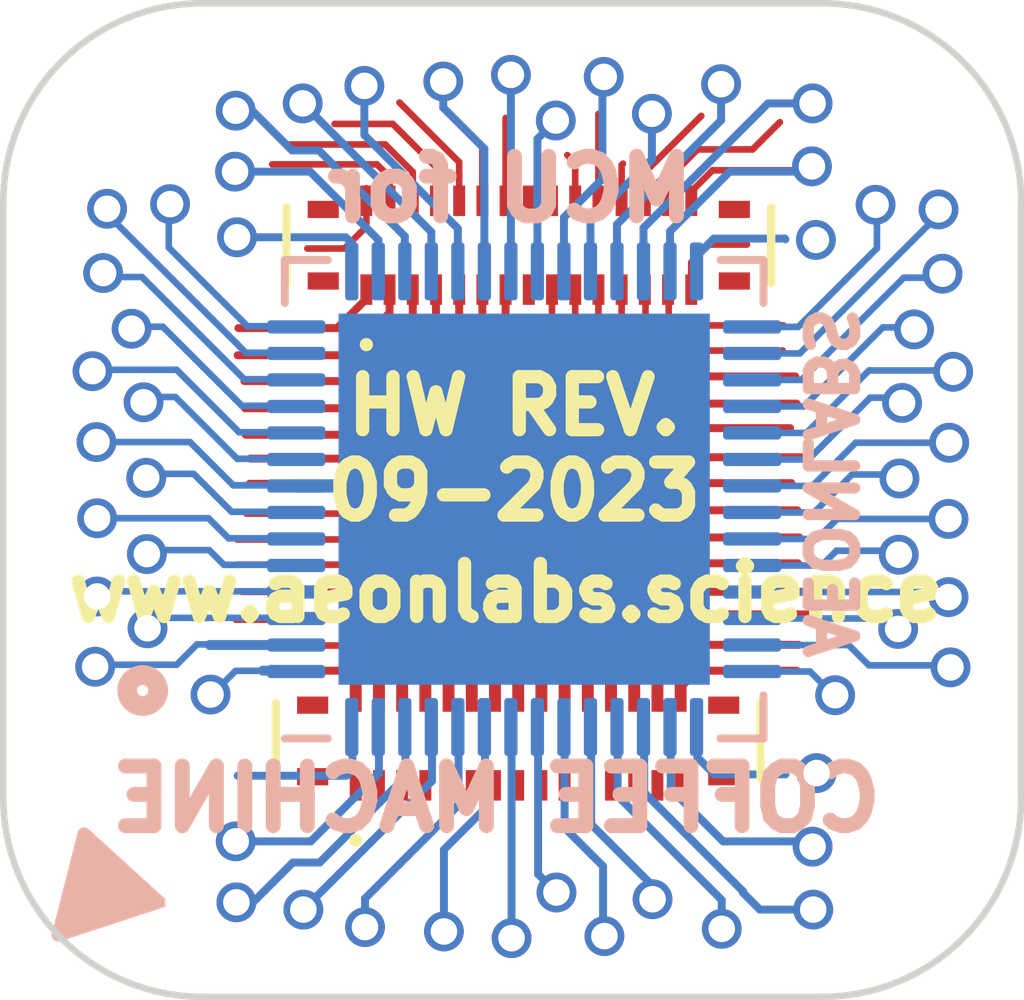
<source format=kicad_pcb>
(kicad_pcb (version 20221018) (generator pcbnew)
  (layers (0 "F.Cu" signal) (31 "B.Cu" signal) (34 "B.Paste" user) (35 "F.Paste" user) (36 "B.SilkS" user "B.Silkscreen") (37 "F.SilkS" user "F.Silkscreen") (38 "B.Mask" user) (39 "F.Mask" user) (44 "Edge.Cuts" user))
  (net 0 "")
  (net 1 "PIN1")
  (net 2 "PIN2")
  (net 3 "PIN3")
  (net 4 "PIN4")
  (net 5 "PIN5")
  (net 6 "PIN6")
  (net 7 "PIN7")
  (net 8 "PIN8")
  (net 9 "PIN9")
  (net 10 "PIN10")
  (net 11 "PIN11")
  (net 12 "PIN12")
  (net 13 "PIN13")
  (net 14 "PIN14")
  (net 15 "unconnected-(ESP32S1-GPIO10{slash}ADC1_CH9-Pad15)")
  (net 16 "unconnected-(ESP32S1-GPIO11{slash}ADC2_CH0-Pad16)")
  (net 17 "unconnected-(ESP32S1-GPIO12{slash}ADC2_CH1-Pad17)")
  (net 18 "unconnected-(ESP32S1-GPIO13{slash}ADC2_CH2-Pad18)")
  (net 19 "unconnected-(ESP32S1-GPIO14{slash}ADC2_CH3-Pad19)")
  (net 20 "unconnected-(ESP32S1-VDD3P3_RTC-Pad20)")
  (net 21 "unconnected-(ESP32S1-GPIO15{slash}ADC2_CH4{slash}XTAL_32K_P-Pad21)")
  (net 22 "unconnected-(ESP32S1-GPIO16{slash}ADC2_CH5{slash}XTAL_32K_N-Pad22)")
  (net 23 "unconnected-(ESP32S1-GPIO17{slash}ADC2_CH6{slash}DAC_2-Pad23)")
  (net 24 "unconnected-(ESP32S1-GPIO18{slash}ADC2_CH7{slash}DAC_1-Pad24)")
  (net 25 "unconnected-(ESP32S1-GPIO19{slash}USB_D-{slash}ADC2_CH8-Pad25)")
  (net 26 "unconnected-(ESP32S1-GPIO20{slash}USB_D+{slash}ADC2_CH9-Pad26)")
  (net 27 "unconnected-(ESP32S1-GPIO21-Pad27)")
  (net 28 "unconnected-(ESP32S1-SPI_CS1{slash}GPIO26-Pad28)")
  (net 29 "unconnected-(ESP32S1-VDD_SPI-Pad29)")
  (net 30 "unconnected-(ESP32S1-SPIHD{slash}GPIO27-Pad30)")
  (net 31 "unconnected-(ESP32S1-SPIWP{slash}GPIO28-Pad31)")
  (net 32 "unconnected-(ESP32S1-SPICS0{slash}GPIO29-Pad32)")
  (net 33 "unconnected-(ESP32S1-SPICLK{slash}GPIO30-Pad33)")
  (net 34 "unconnected-(ESP32S1-SPIQ{slash}GPIO31-Pad34)")
  (net 35 "unconnected-(ESP32S1-SPID{slash}GPIO32-Pad35)")
  (net 36 "unconnected-(ESP32S1-SPICLK_N{slash}GPIO48-Pad36)")
  (net 37 "unconnected-(ESP32S1-SPICLK_P{slash}GPIO47-Pad37)")
  (net 38 "unconnected-(ESP32S1-GPIO33-Pad38)")
  (net 39 "unconnected-(ESP32S1-GPIO34-Pad39)")
  (net 40 "unconnected-(ESP32S1-GPIO35-Pad40)")
  (net 41 "unconnected-(ESP32S1-GPIO36-Pad41)")
  (net 42 "unconnected-(ESP32S1-GPIO37-Pad42)")
  (net 43 "unconnected-(ESP32S1-GPIO38-Pad43)")
  (net 44 "unconnected-(ESP32S1-MTCK{slash}JTAG{slash}GPIO39-Pad44)")
  (net 45 "unconnected-(ESP32S1-MTDO{slash}JTAG{slash}GPIO40-Pad45)")
  (net 46 "unconnected-(ESP32S1-VDD3P3_CPU-Pad46)")
  (net 47 "unconnected-(ESP32S1-MTDI{slash}JTAG{slash}GPIO41-Pad47)")
  (net 48 "unconnected-(ESP32S1-MTMS{slash}JTAG{slash}GPIO42-Pad48)")
  (net 49 "unconnected-(ESP32S1-U0TXD{slash}PROG{slash}GPIO43-Pad49)")
  (net 50 "unconnected-(ESP32S1-U0RXD{slash}PROG{slash}GPIO44-Pad50)")
  (net 51 "unconnected-(ESP32S1-GPIO45-Pad51)")
  (net 52 "unconnected-(ESP32S1-GPIO46-Pad52)")
  (net 53 "unconnected-(ESP32S1-XTAL_N-Pad53)")
  (net 54 "unconnected-(ESP32S1-XTAL_P-Pad54)")
  (net 55 "unconnected-(ESP32S1-VDDA-Pad55)")
  (net 56 "unconnected-(ESP32S1-VDDA-Pad56)")
  (net 57 "GND")
  (net 58 "unconnected-(J1-Pad1)")
  (net 59 "unconnected-(J1-Pad2)")
  (net 60 "unconnected-(J1-Pad3)")
  (net 61 "unconnected-(J1-Pad4)")
  (net 62 "unconnected-(J1-Pad5)")
  (net 63 "unconnected-(J1-Pad6)")
  (net 64 "unconnected-(J1-Pad7)")
  (net 65 "unconnected-(J1-Pad8)")
  (net 66 "unconnected-(J1-Pad9)")
  (net 67 "unconnected-(J1-Pad10)")
  (net 68 "unconnected-(J1-Pad11)")
  (net 69 "unconnected-(J1-Pad12)")
  (net 70 "unconnected-(J1-Pad13)")
  (net 71 "unconnected-(J1-Pad14)")
  (net 74 "unconnected-(J1-Pad17)")
  (net 76 "unconnected-(J1-Pad19)")
  (net 77 "unconnected-(J1-Pad20)")
  (net 78 "unconnected-(J1-Pad21)")
  (net 79 "unconnected-(J1-Pad22)")
  (net 80 "unconnected-(J1-Pad23)")
  (net 81 "unconnected-(J1-Pad24)")
  (net 82 "unconnected-(J1-Pad25)")
  (net 83 "unconnected-(J1-Pad26)")
  (net 84 "unconnected-(J1-Pad27)")
  (net 85 "unconnected-(J1-Pad28)")
  (net 86 "unconnected-(J1-Pad29)")
  (net 87 "unconnected-(J1-Pad30)")
  (net 88 "Net-(J1-P1-PadP1_1)")
  (net 89 "Net-(J1-P2-PadP2_1)")
  (net 91 "unconnected-(J3-Pad16)")
  (net 93 "unconnected-(J3-Pad18)")
  (net 95 "unconnected-(J3-Pad20)")
  (net 97 "unconnected-(J3-Pad22)")
  (net 99 "unconnected-(J3-Pad24)")
  (net 101 "unconnected-(J3-Pad26)")
  (net 103 "unconnected-(J3-Pad28)")
  (net 105 "unconnected-(J3-Pad30)")
  (net 106 "Net-(J3-P1-PadP1_1)")
  (net 107 "Net-(J3-P2-PadP2_1)")
  (footprint "Connectors:HRS_BM23PF0.8-30DP-0.35V(51)" (layer "F.Cu") (at 103.59 100.3)
    (fp_text reference "J3" hide)
    (fp_text value "BM23PF0.8-30DS-0.35V(51)" hide)
  )
  (footprint "Connectors:HRS_BM23PF0.8-30DP-0.35V(51)" (layer "F.Cu") (at 103.75 92.82)
    (fp_text reference "J1" hide)
    (fp_text value "BM23PF0.8-30DS-0.35V(51)" hide)
  )
  (footprint "Package_DFN_QFN:QFN-56-1EP_7x7mm_P0.4mm_EP5.6x5.6mm" (layer "B.Cu") (at 103.68 96.6525)
    (fp_text reference "ESP32S1" hide)
    (fp_text value "ESP32-S3" hide)
  )
  (gr_circle (center 97.926762 99.54) (end 98.16 99.54) (stroke (width 0.3)) (fill none) (layer "B.SilkS"))
  (gr_poly (pts (xy 97.04334 101.70321) (xy 96.655373 103.227075) (xy 98.17 102.73)) (stroke (width 0.2)) (fill solid) (layer "B.SilkS"))
  (gr_line (start 111.175 92.17) (end 111.175 101.16) (stroke (width 0.1)) (layer "Edge.Cuts"))
  (gr_line (start 98.825 89.17) (end 108.175 89.17) (stroke (width 0.1)) (layer "Edge.Cuts"))
  (gr_arc (start 98.825 104.16) (mid 96.70368 103.28132) (end 95.825 101.16) (stroke (width 0.1)) (layer "Edge.Cuts"))
  (gr_arc (start 95.825 92.17) (mid 96.70368 90.04868) (end 98.825 89.17) (stroke (width 0.1)) (layer "Edge.Cuts"))
  (gr_line (start 95.825 101.16) (end 95.825 92.17) (stroke (width 0.1)) (layer "Edge.Cuts"))
  (gr_arc (start 108.175 89.17) (mid 110.29632 90.04868) (end 111.175 92.17) (stroke (width 0.1)) (layer "Edge.Cuts"))
  (gr_line (start 108.175 104.16) (end 98.825 104.16) (stroke (width 0.1)) (layer "Edge.Cuts"))
  (gr_arc (start 111.175 101.16) (mid 110.29632 103.28132) (end 108.175 104.16) (stroke (width 0.1)) (layer "Edge.Cuts"))
  (gr_text "COFFEE MACHINE" (at 103.26 101.7) (layer "B.SilkS") (effects (font (size 0.9 0.9) (thickness 0.225) bold) (justify bottom mirror)))
  (gr_text "MCU for" (at 103.47 92.5) (layer "B.SilkS") (effects (font (size 0.9 0.9) (thickness 0.225) bold) (justify bottom mirror)))
  (gr_text "AEONLABS" (at 107.87 96.4 270) (layer "B.SilkS") (effects (font (size 0.7 0.7) (thickness 0.17) bold) (justify bottom mirror)))
  (gr_text "HW REV.\n09-2023" (at 103.53 97) (layer "F.SilkS") (effects (font (size 0.8 0.8) (thickness 0.2) bold) (justify bottom)))
  (gr_text "www.aeonlabs.science" (at 103.41 98.53) (layer "F.SilkS") (effects (font (size 0.8 0.8) (thickness 0.2) bold) (justify bottom)))
  (via (at 98.95 99.6) (size 0.6) (drill 0.4) (layers "F.Cu" "B.Cu") (net 1))
  (segment (start 100.23 99.24) (end 99.74 99.24) (width 0.15) (layer "B.Cu") (net 1))
  (segment (start 100.2425 99.2525) (end 100.23 99.24) (width 0.15) (layer "B.Cu") (net 1))
  (segment (start 99.3275 99.2425) (end 99.08 99.49) (width 0.1) (layer "B.Cu") (net 1))
  (segment (start 100.2025 99.2425) (end 99.3275 99.2425) (width 0.1) (layer "B.Cu") (net 1))
  (segment (start 101.14 99.6) (end 101.14 99.44) (width 0.12) (layer "F.Cu") (net 2))
  (segment (start 101.14 99.44) (end 100.94 99.24) (width 0.12) (layer "F.Cu") (net 2))
  (segment (start 100.94 99.24) (end 99.97 99.24) (width 0.12) (layer "F.Cu") (net 2))
  (via (at 97.21 99.18) (size 0.6) (drill 0.4) (layers "F.Cu" "B.Cu") (net 2))
  (segment (start 100.2025 98.8425) (end 98.7475 98.8425) (width 0.1) (layer "B.Cu") (net 2))
  (segment (start 100.2425 98.8525) (end 98.9375 98.8525) (width 0.15) (layer "B.Cu") (net 2))
  (segment (start 98.7475 98.8425) (end 98.44 99.15) (width 0.1) (layer "B.Cu") (net 2))
  (segment (start 98.44 99.15) (end 97.33 99.15) (width 0.1) (layer "B.Cu") (net 2))
  (via (at 98 98.6) (size 0.6) (drill 0.4) (layers "F.Cu" "B.Cu") (net 3))
  (segment (start 100.2025 98.4425) (end 98.1475 98.4425) (width 0.1) (layer "B.Cu") (net 3))
  (segment (start 99.24 98.86) (end 99.23 98.87) (width 0.1) (layer "F.Cu") (net 4))
  (segment (start 101.085736 98.86) (end 99.24 98.86) (width 0.1) (layer "F.Cu") (net 4))
  (segment (start 101.49 99.264264) (end 101.085736 98.86) (width 0.1) (layer "F.Cu") (net 4))
  (segment (start 101.49 99.63) (end 101.49 99.264264) (width 0.1) (layer "F.Cu") (net 4))
  (via (at 97.24 98.12) (size 0.6) (drill 0.4) (layers "F.Cu" "B.Cu") (net 4))
  (segment (start 100.2025 98.0425) (end 97.2325 98.0425) (width 0.1) (layer "B.Cu") (net 4))
  (via (at 97.99 97.48) (size 0.6) (drill 0.4) (layers "F.Cu" "B.Cu") (net 5))
  (segment (start 100.2025 97.6425) (end 99.1525 97.6425) (width 0.1) (layer "B.Cu") (net 5))
  (segment (start 98.93 97.42) (end 98.01 97.42) (width 0.1) (layer "B.Cu") (net 5))
  (segment (start 99.1525 97.6425) (end 98.93 97.42) (width 0.1) (layer "B.Cu") (net 5))
  (segment (start 101.84 99.19) (end 101.12 98.47) (width 0.1) (layer "F.Cu") (net 6))
  (segment (start 101.84 99.63) (end 101.84 99.19) (width 0.1) (layer "F.Cu") (net 6))
  (segment (start 101.12 98.47) (end 99.33 98.47) (width 0.1) (layer "F.Cu") (net 6))
  (via (at 97.24 96.94) (size 0.6) (drill 0.4) (layers "F.Cu" "B.Cu") (net 6))
  (segment (start 99.2225 97.2425) (end 98.92 96.94) (width 0.1) (layer "B.Cu") (net 6))
  (segment (start 98.92 96.94) (end 97.42 96.94) (width 0.1) (layer "B.Cu") (net 6))
  (segment (start 100.2025 97.2425) (end 99.2225 97.2425) (width 0.1) (layer "B.Cu") (net 6))
  (via (at 97.98 96.33) (size 0.6) (drill 0.4) (layers "F.Cu" "B.Cu") (net 7))
  (segment (start 99.268236 96.8425) (end 98.695736 96.27) (width 0.1) (layer "B.Cu") (net 7))
  (segment (start 98.695736 96.27) (end 98.04 96.27) (width 0.1) (layer "B.Cu") (net 7))
  (segment (start 100.2025 96.8425) (end 99.268236 96.8425) (width 0.1) (layer "B.Cu") (net 7))
  (segment (start 102.19 98.20452) (end 105.59452 94.8) (width 0.12) (layer "F.Cu") (net 8))
  (segment (start 105.59452 94.8) (end 107.77 94.8) (width 0.12) (layer "F.Cu") (net 8))
  (segment (start 102.19 99.63) (end 102.19 98.20452) (width 0.12) (layer "F.Cu") (net 8))
  (via (at 97.94 95.19) (size 0.6) (drill 0.4) (layers "F.Cu" "B.Cu") (net 9))
  (segment (start 99.3525 96.0425) (end 98.42 95.11) (width 0.1) (layer "B.Cu") (net 9))
  (segment (start 98.42 95.11) (end 98.01 95.11) (width 0.1) (layer "B.Cu") (net 9))
  (segment (start 100.2025 96.0425) (end 99.3525 96.0425) (width 0.1) (layer "B.Cu") (net 9))
  (segment (start 102.54 98.307068) (end 105.637068 95.21) (width 0.12) (layer "F.Cu") (net 10))
  (segment (start 102.54 99.63) (end 102.54 98.307068) (width 0.12) (layer "F.Cu") (net 10))
  (segment (start 105.637068 95.21) (end 107.79 95.21) (width 0.12) (layer "F.Cu") (net 10))
  (via (at 97.17 94.72) (size 0.6) (drill 0.4) (layers "F.Cu" "B.Cu") (net 10))
  (segment (start 99.3825 95.6425) (end 98.44 94.7) (width 0.1) (layer "B.Cu") (net 10))
  (segment (start 100.2025 95.6425) (end 99.3825 95.6425) (width 0.1) (layer "B.Cu") (net 10))
  (segment (start 98.44 94.7) (end 97.3 94.7) (width 0.1) (layer "B.Cu") (net 10))
  (via (at 97.76 94.08) (size 0.6) (drill 0.4) (layers "F.Cu" "B.Cu") (net 11))
  (segment (start 98.23 94.05) (end 97.94 94.05) (width 0.1) (layer "B.Cu") (net 11))
  (segment (start 99.4225 95.2425) (end 98.23 94.05) (width 0.1) (layer "B.Cu") (net 11))
  (segment (start 100.2025 95.2425) (end 99.4225 95.2425) (width 0.1) (layer "B.Cu") (net 11))
  (segment (start 102.89 99.63) (end 102.89 98.409616) (width 0.12) (layer "F.Cu") (net 12))
  (segment (start 102.89 98.409616) (end 105.719616 95.58) (width 0.12) (layer "F.Cu") (net 12))
  (segment (start 105.719616 95.58) (end 107.69 95.58) (width 0.12) (layer "F.Cu") (net 12))
  (via (at 97.33 93.24) (size 0.6) (drill 0.4) (layers "F.Cu" "B.Cu") (net 12))
  (segment (start 97.915736 93.3) (end 97.48 93.3) (width 0.1) (layer "B.Cu") (net 12))
  (segment (start 100.2025 94.8425) (end 99.458236 94.8425) (width 0.1) (layer "B.Cu") (net 12))
  (segment (start 99.458236 94.8425) (end 97.915736 93.3) (width 0.1) (layer "B.Cu") (net 12))
  (via (at 97.39 92.27) (size 0.6) (drill 0.4) (layers "F.Cu" "B.Cu") (net 13))
  (segment (start 99.4825 94.4425) (end 97.39 92.35) (width 0.1) (layer "B.Cu") (net 13))
  (segment (start 100.2025 94.4425) (end 99.4825 94.4425) (width 0.1) (layer "B.Cu") (net 13))
  (segment (start 103.24 99.63) (end 103.24 98.512164) (width 0.12) (layer "F.Cu") (net 14))
  (segment (start 103.24 98.512164) (end 105.732164 96.02) (width 0.12) (layer "F.Cu") (net 14))
  (segment (start 105.732164 96.02) (end 107.87 96.02) (width 0.12) (layer "F.Cu") (net 14))
  (via (at 98.34 92.2) (size 0.6) (drill 0.4) (layers "F.Cu" "B.Cu") (net 14))
  (segment (start 99.506764 94.0425) (end 98.32 92.855736) (width 0.1) (layer "B.Cu") (net 14))
  (segment (start 98.32 92.855736) (end 98.32 92.16) (width 0.1) (layer "B.Cu") (net 14))
  (segment (start 100.2025 94.0425) (end 99.506764 94.0425) (width 0.1) (layer "B.Cu") (net 14))
  (via (at 99.35 92.7) (size 0.6) (drill 0.4) (layers "F.Cu" "B.Cu") (net 15))
  (segment (start 99.35 92.7) (end 100.99 92.7) (width 0.12) (layer "B.Cu") (net 15))
  (segment (start 101.08 92.79) (end 101.08 93.215) (width 0.12) (layer "B.Cu") (net 15))
  (segment (start 100.99 92.7) (end 101.08 92.79) (width 0.12) (layer "B.Cu") (net 15))
  (via (at 99.32 91.71) (size 0.6) (drill 0.4) (layers "F.Cu" "B.Cu") (net 16))
  (segment (start 100.452548 91.71) (end 101.48 92.737452) (width 0.12) (layer "B.Cu") (net 16))
  (segment (start 101.48 92.737452) (end 101.48 93.215) (width 0.12) (layer "B.Cu") (net 16))
  (segment (start 99.32 91.71) (end 100.452548 91.71) (width 0.12) (layer "B.Cu") (net 16))
  (via (at 99.33 90.79) (size 0.6) (drill 0.4) (layers "F.Cu" "B.Cu") (net 17))
  (segment (start 100.585096 91.39) (end 101.88 92.684904) (width 0.12) (layer "B.Cu") (net 17))
  (segment (start 99.33 90.79) (end 99.58 90.79) (width 0.12) (layer "B.Cu") (net 17))
  (segment (start 101.88 92.684904) (end 101.88 93.215) (width 0.12) (layer "B.Cu") (net 17))
  (segment (start 100.18 91.39) (end 100.585096 91.39) (width 0.12) (layer "B.Cu") (net 17))
  (segment (start 99.58 90.79) (end 100.18 91.39) (width 0.12) (layer "B.Cu") (net 17))
  (via (at 100.34 90.68) (size 0.6) (drill 0.4) (layers "F.Cu" "B.Cu") (net 18))
  (segment (start 102.28 92.62) (end 102.28 93.215) (width 0.12) (layer "B.Cu") (net 18))
  (segment (start 100.34 90.68) (end 102.28 92.62) (width 0.12) (layer "B.Cu") (net 18))
  (via (at 101.269709 90.415978) (size 0.6) (drill 0.4) (layers "F.Cu" "B.Cu") (net 19))
  (segment (start 102.68 92.567452) (end 102.68 93.215) (width 0.12) (layer "B.Cu") (net 19))
  (segment (start 101.269709 91.157161) (end 102.68 92.567452) (width 0.12) (layer "B.Cu") (net 19))
  (segment (start 101.269709 90.415978) (end 101.269709 91.157161) (width 0.12) (layer "B.Cu") (net 19))
  (via (at 102.46 90.35) (size 0.6) (drill 0.4) (layers "F.Cu" "B.Cu") (net 20))
  (segment (start 102.46 90.35) (end 102.46 90.744904) (width 0.12) (layer "B.Cu") (net 20))
  (segment (start 102.46 90.744904) (end 103.08 91.364904) (width 0.12) (layer "B.Cu") (net 20))
  (segment (start 103.08 91.364904) (end 103.08 93.215) (width 0.12) (layer "B.Cu") (net 20))
  (via (at 103.48 90.249068) (size 0.6) (drill 0.4) (layers "F.Cu" "B.Cu") (net 21))
  (segment (start 103.48 90.249068) (end 103.48 93.215) (width 0.12) (layer "B.Cu") (net 21))
  (via (at 104.157154 90.9384) (size 0.6) (drill 0.4) (layers "F.Cu" "B.Cu") (net 22))
  (segment (start 103.88 91.215554) (end 103.88 93.215) (width 0.12) (layer "B.Cu") (net 22))
  (segment (start 104.157154 90.9384) (end 103.88 91.215554) (width 0.12) (layer "B.Cu") (net 22))
  (via (at 104.88 90.28) (size 0.6) (drill 0.4) (layers "F.Cu" "B.Cu") (net 23))
  (segment (start 104.28 92.399808) (end 104.28 93.215) (width 0.12) (layer "B.Cu") (net 23))
  (segment (start 104.88 90.28) (end 104.86 90.3) (width 0.12) (layer "B.Cu") (net 23))
  (segment (start 104.86 90.3) (end 104.86 91.819808) (width 0.12) (layer "B.Cu") (net 23))
  (segment (start 104.86 91.819808) (end 104.28 92.399808) (width 0.12) (layer "B.Cu") (net 23))
  (via (at 105.606444 90.836444) (size 0.6) (drill 0.4) (layers "F.Cu" "B.Cu") (net 24))
  (segment (start 105.606444 91.525912) (end 104.68 92.452356) (width 0.12) (layer "B.Cu") (net 24))
  (segment (start 104.68 92.452356) (end 104.68 93.215) (width 0.12) (layer "B.Cu") (net 24))
  (segment (start 105.606444 90.836444) (end 105.606444 91.525912) (width 0.12) (layer "B.Cu") (net 24))
  (via (at 106.65 90.39) (size 0.6) (drill 0.4) (layers "F.Cu" "B.Cu") (net 25))
  (segment (start 106.65 90.934904) (end 105.08 92.504904) (width 0.12) (layer "B.Cu") (net 25))
  (segment (start 106.65 90.39) (end 106.65 90.934904) (width 0.12) (layer "B.Cu") (net 25))
  (segment (start 105.08 92.504904) (end 105.08 93.215) (width 0.12) (layer "B.Cu") (net 25))
  (via (at 108.03 90.68) (size 0.6) (drill 0.4) (layers "F.Cu" "B.Cu") (net 26))
  (segment (start 108.03 90.68) (end 107.357452 90.68) (width 0.12) (layer "B.Cu") (net 26))
  (segment (start 107.357452 90.68) (end 105.48 92.557452) (width 0.12) (layer "B.Cu") (net 26))
  (segment (start 105.48 92.557452) (end 105.48 93.215) (width 0.12) (layer "B.Cu") (net 26))
  (segment (start 106.78 91.71) (end 105.88 92.61) (width 0.12) (layer "B.Cu") (net 27))
  (segment (start 105.88 92.61) (end 105.88 93.215) (width 0.12) (layer "B.Cu") (net 27))
  (segment (start 107.84 91.71) (end 106.78 91.71) (width 0.12) (layer "B.Cu") (net 27))
  (segment (start 108.08 92.74) (end 107.83 92.74) (width 0.1) (layer "F.Cu") (net 28))
  (via (at 108.08 92.74) (size 0.6) (drill 0.4) (layers "F.Cu" "B.Cu") (net 28))
  (via (at 108.09 100.785) (size 0.6) (drill 0.4) (layers "F.Cu" "B.Cu") (net 28))
  (segment (start 106.28 92.98) (end 106.28 93.215) (width 0.12) (layer "B.Cu") (net 28))
  (segment (start 107.61 92.72) (end 106.54 92.72) (width 0.12) (layer "B.Cu") (net 28))
  (segment (start 107.62 92.73) (end 107.61 92.72) (width 0.12) (layer "B.Cu") (net 28))
  (segment (start 106.54 92.72) (end 106.28 92.98) (width 0.12) (layer "B.Cu") (net 28))
  (via (at 108.98 92.21) (size 0.6) (drill 0.4) (layers "F.Cu" "B.Cu") (net 29))
  (segment (start 109 92.865736) (end 109 92.17) (width 0.1) (layer "B.Cu") (net 29))
  (segment (start 107.1175 94.0525) (end 107.813236 94.0525) (width 0.1) (layer "B.Cu") (net 29))
  (segment (start 107.813236 94.0525) (end 109 92.865736) (width 0.1) (layer "B.Cu") (net 29))
  (via (at 109.93 92.28) (size 0.6) (drill 0.4) (layers "F.Cu" "B.Cu") (net 30))
  (segment (start 107.1175 94.4525) (end 107.8375 94.4525) (width 0.1) (layer "B.Cu") (net 30))
  (segment (start 107.8375 94.4525) (end 109.93 92.36) (width 0.1) (layer "B.Cu") (net 30))
  (via (at 109.99 93.25) (size 0.6) (drill 0.4) (layers "F.Cu" "B.Cu") (net 31))
  (segment (start 107.1175 94.8525) (end 107.861764 94.8525) (width 0.1) (layer "B.Cu") (net 31))
  (segment (start 109.404264 93.31) (end 109.84 93.31) (width 0.1) (layer "B.Cu") (net 31))
  (segment (start 107.861764 94.8525) (end 109.404264 93.31) (width 0.1) (layer "B.Cu") (net 31))
  (via (at 109.56 94.09) (size 0.6) (drill 0.4) (layers "F.Cu" "B.Cu") (net 32))
  (segment (start 107.1175 95.2525) (end 107.8975 95.2525) (width 0.1) (layer "B.Cu") (net 32))
  (segment (start 107.8975 95.2525) (end 109.09 94.06) (width 0.1) (layer "B.Cu") (net 32))
  (segment (start 109.09 94.06) (end 109.38 94.06) (width 0.1) (layer "B.Cu") (net 32))
  (via (at 110.15 94.73) (size 0.6) (drill 0.4) (layers "F.Cu" "B.Cu") (net 33))
  (segment (start 107.9375 95.6525) (end 108.88 94.71) (width 0.1) (layer "B.Cu") (net 33))
  (segment (start 108.88 94.71) (end 110.02 94.71) (width 0.1) (layer "B.Cu") (net 33))
  (segment (start 107.1175 95.6525) (end 107.9375 95.6525) (width 0.1) (layer "B.Cu") (net 33))
  (via (at 109.38 95.2) (size 0.6) (drill 0.4) (layers "F.Cu" "B.Cu") (net 34))
  (segment (start 107.9675 96.0525) (end 108.9 95.12) (width 0.1) (layer "B.Cu") (net 34))
  (segment (start 108.9 95.12) (end 109.31 95.12) (width 0.1) (layer "B.Cu") (net 34))
  (segment (start 107.1175 96.0525) (end 107.9675 96.0525) (width 0.1) (layer "B.Cu") (net 34))
  (via (at 110.09 95.8) (size 0.6) (drill 0.4) (layers "F.Cu" "B.Cu") (net 35))
  (segment (start 108.0275 96.4525) (end 108.68 95.8) (width 0.1) (layer "B.Cu") (net 35))
  (segment (start 107.1175 96.4525) (end 108.0275 96.4525) (width 0.1) (layer "B.Cu") (net 35))
  (segment (start 108.68 95.8) (end 109.82 95.8) (width 0.1) (layer "B.Cu") (net 35))
  (via (at 109.34 96.34) (size 0.6) (drill 0.4) (layers "F.Cu" "B.Cu") (net 36))
  (segment (start 108.051764 96.8525) (end 108.624264 96.28) (width 0.1) (layer "B.Cu") (net 36))
  (segment (start 108.624264 96.28) (end 109.28 96.28) (width 0.1) (layer "B.Cu") (net 36))
  (segment (start 107.1175 96.8525) (end 108.051764 96.8525) (width 0.1) (layer "B.Cu") (net 36))
  (via (at 110.08 96.95) (size 0.6) (drill 0.4) (layers "F.Cu" "B.Cu") (net 37))
  (segment (start 107.1175 97.2525) (end 108.0975 97.2525) (width 0.1) (layer "B.Cu") (net 37))
  (segment (start 108.4 96.95) (end 109.9 96.95) (width 0.1) (layer "B.Cu") (net 37))
  (segment (start 109.9 96.95) (end 109.96 97.01) (width 0.1) (layer "B.Cu") (net 37))
  (segment (start 108.0975 97.2525) (end 108.4 96.95) (width 0.1) (layer "B.Cu") (net 37))
  (via (at 109.33 97.49) (size 0.6) (drill 0.4) (layers "F.Cu" "B.Cu") (net 38))
  (segment (start 109.31 97.43) (end 109.32 97.44) (width 0.1) (layer "B.Cu") (net 38))
  (segment (start 108.1675 97.6525) (end 108.39 97.43) (width 0.1) (layer "B.Cu") (net 38))
  (segment (start 108.39 97.43) (end 109.31 97.43) (width 0.1) (layer "B.Cu") (net 38))
  (segment (start 107.1175 97.6525) (end 108.1675 97.6525) (width 0.1) (layer "B.Cu") (net 38))
  (via (at 110.08 98.13) (size 0.6) (drill 0.4) (layers "F.Cu" "B.Cu") (net 39))
  (segment (start 107.1175 98.0525) (end 110.0875 98.0525) (width 0.1) (layer "B.Cu") (net 39))
  (segment (start 110.0875 98.0525) (end 110.09 98.05) (width 0.1) (layer "B.Cu") (net 39))
  (via (at 109.32 98.61) (size 0.6) (drill 0.4) (layers "F.Cu" "B.Cu") (net 40))
  (segment (start 109.1725 98.4525) (end 109.18 98.46) (width 0.1) (layer "B.Cu") (net 40))
  (segment (start 107.1175 98.4525) (end 109.1725 98.4525) (width 0.1) (layer "B.Cu") (net 40))
  (via (at 110.11 99.19) (size 0.6) (drill 0.4) (layers "F.Cu" "B.Cu") (net 41))
  (segment (start 107.1175 98.8525) (end 108.5725 98.8525) (width 0.1) (layer "B.Cu") (net 41))
  (segment (start 108.5725 98.8525) (end 108.88 99.16) (width 0.1) (layer "B.Cu") (net 41))
  (segment (start 108.88 99.16) (end 109.99 99.16) (width 0.1) (layer "B.Cu") (net 41))
  (segment (start 109.99 99.16) (end 110.01 99.18) (width 0.1) (layer "B.Cu") (net 41))
  (via (at 108.37 99.61) (size 0.6) (drill 0.4) (layers "F.Cu" "B.Cu") (net 42))
  (segment (start 107.1175 99.2525) (end 107.9925 99.2525) (width 0.1) (layer "B.Cu") (net 42))
  (segment (start 107.9925 99.2525) (end 108.24 99.5) (width 0.1) (layer "B.Cu") (net 42))
  (segment (start 107.62 100.805) (end 106.55 100.805) (width 0.12) (layer "B.Cu") (net 43))
  (segment (start 106.55 100.805) (end 106.29 100.545) (width 0.12) (layer "B.Cu") (net 43))
  (via (at 108.03 101.895) (size 0.6) (drill 0.4) (layers "F.Cu" "B.Cu") (net 44))
  (segment (start 107.85 101.815) (end 106.680096 101.815) (width 0.12) (layer "B.Cu") (net 44))
  (segment (start 105.89 101.024904) (end 105.89 100.31) (width 0.12) (layer "B.Cu") (net 44))
  (segment (start 106.680096 101.815) (end 105.89 101.024904) (width 0.12) (layer "B.Cu") (net 44))
  (via (at 108.04 102.845) (size 0.6) (drill 0.4) (layers "F.Cu" "B.Cu") (net 45))
  (segment (start 106.98 102.59) (end 106.98 102.567452) (width 0.12) (layer "B.Cu") (net 45))
  (segment (start 105.49 101.077452) (end 105.49 100.31) (width 0.12) (layer "B.Cu") (net 45))
  (segment (start 108.04 102.845) (end 107.235 102.845) (width 0.12) (layer "B.Cu") (net 45))
  (segment (start 107.235 102.845) (end 106.98 102.59) (width 0.12) (layer "B.Cu") (net 45))
  (segment (start 106.98 102.567452) (end 105.49 101.077452) (width 0.12) (layer "B.Cu") (net 45))
  (via (at 106.66 103.135) (size 0.6) (drill 0.4) (layers "F.Cu" "B.Cu") (net 46))
  (segment (start 106.66 102.7) (end 105.09 101.13) (width 0.12) (layer "B.Cu") (net 46))
  (segment (start 105.09 101.13) (end 105.09 100.31) (width 0.12) (layer "B.Cu") (net 46))
  (segment (start 106.66 103.135) (end 106.66 102.7) (width 0.12) (layer "B.Cu") (net 46))
  (via (at 105.616444 102.688556) (size 0.6) (drill 0.4) (layers "F.Cu" "B.Cu") (net 47))
  (segment (start 105.616444 102.688556) (end 105.616444 102.483896) (width 0.12) (layer "B.Cu") (net 47))
  (segment (start 105.616444 102.483896) (end 104.69 101.557452) (width 0.12) (layer "B.Cu") (net 47))
  (segment (start 104.69 101.557452) (end 104.69 100.31) (width 0.12) (layer "B.Cu") (net 47))
  (via (at 104.89 103.245) (size 0.6) (drill 0.4) (layers "F.Cu" "B.Cu") (net 48))
  (segment (start 104.87 103.225) (end 104.87 102.19) (width 0.12) (layer "B.Cu") (net 48))
  (segment (start 104.29 101.61) (end 104.29 100.31) (width 0.12) (layer "B.Cu") (net 48))
  (segment (start 104.87 102.19) (end 104.29 101.61) (width 0.12) (layer "B.Cu") (net 48))
  (via (at 104.167154 102.5866) (size 0.6) (drill 0.4) (layers "F.Cu" "B.Cu") (net 49))
  (segment (start 103.89 102.309446) (end 103.89 100.31) (width 0.12) (layer "B.Cu") (net 49))
  (segment (start 104.167154 102.5866) (end 103.89 102.309446) (width 0.12) (layer "B.Cu") (net 49))
  (via (at 103.49 103.275932) (size 0.6) (drill 0.4) (layers "F.Cu" "B.Cu") (net 50))
  (segment (start 103.49 103.275932) (end 103.49 100.31) (width 0.12) (layer "B.Cu") (net 50))
  (via (at 102.47 103.175) (size 0.6) (drill 0.4) (layers "F.Cu" "B.Cu") (net 51))
  (segment (start 102.47 103.175) (end 102.47 101.94) (width 0.12) (layer "B.Cu") (net 51))
  (segment (start 103.09 101.32) (end 103.09 100.31) (width 0.12) (layer "B.Cu") (net 51))
  (segment (start 102.47 101.94) (end 103.09 101.32) (width 0.12) (layer "B.Cu") (net 51))
  (via (at 101.279709 103.109022) (size 0.6) (drill 0.4) (layers "F.Cu" "B.Cu") (net 52))
  (segment (start 102.69 101.267452) (end 102.69 100.31) (width 0.12) (layer "B.Cu") (net 52))
  (segment (start 101.279709 102.677743) (end 102.69 101.267452) (width 0.12) (layer "B.Cu") (net 52))
  (segment (start 101.279709 103.109022) (end 101.279709 102.677743) (width 0.12) (layer "B.Cu") (net 52))
  (via (at 100.35 102.845) (size 0.6) (drill 0.4) (layers "F.Cu" "B.Cu") (net 53))
  (segment (start 100.35 102.845) (end 102.29 100.905) (width 0.12) (layer "B.Cu") (net 53))
  (segment (start 102.29 100.905) (end 102.29 100.31) (width 0.12) (layer "B.Cu") (net 53))
  (via (at 99.34 102.735) (size 0.6) (drill 0.4) (layers "F.Cu" "B.Cu") (net 54))
  (segment (start 100.595096 102.135) (end 101.89 100.840096) (width 0.12) (layer "B.Cu") (net 54))
  (segment (start 101.89 100.840096) (end 101.89 100.31) (width 0.12) (layer "B.Cu") (net 54))
  (segment (start 100.19 102.135) (end 100.595096 102.135) (width 0.12) (layer "B.Cu") (net 54))
  (segment (start 99.59 102.735) (end 100.19 102.135) (width 0.12) (layer "B.Cu") (net 54))
  (via (at 99.33 101.815) (size 0.6) (drill 0.4) (layers "F.Cu" "B.Cu") (net 55))
  (segment (start 100.462548 101.815) (end 101.49 100.787548) (width 0.12) (layer "B.Cu") (net 55))
  (segment (start 99.33 101.815) (end 100.462548 101.815) (width 0.12) (layer "B.Cu") (net 55))
  (segment (start 101.49 100.787548) (end 101.49 100.31) (width 0.12) (layer "B.Cu") (net 55))
  (segment (start 101.09 100.735) (end 101.09 100.31) (width 0.12) (layer "B.Cu") (net 56))
  (segment (start 99.36 100.825) (end 101 100.825) (width 0.12) (layer "B.Cu") (net 56))
  (segment (start 101 100.825) (end 101.09 100.735) (width 0.12) (layer "B.Cu") (net 56))
  (via (at 97.23 95.79) (size 0.6) (drill 0.4) (layers "F.Cu" "B.Cu") (net 57))
  (segment (start 103.48 96.4525) (end 103.68 96.6525) (width 0.2) (layer "B.Cu") (net 57))
  (segment (start 98.64 95.79) (end 97.5 95.79) (width 0.1) (layer "B.Cu") (net 57))
  (segment (start 99.2925 96.4425) (end 98.64 95.79) (width 0.1) (layer "B.Cu") (net 57))
  (segment (start 100.2425 96.4525) (end 103.48 96.4525) (width 0.2) (layer "B.Cu") (net 57))
  (segment (start 100.2025 96.4425) (end 99.2925 96.4425) (width 0.1) (layer "B.Cu") (net 57))
  (segment (start 101.3 93.63) (end 100.86 94.07) (width 0.12) (layer "F.Cu") (net 58))
  (segment (start 101.3 93.49) (end 101.3 93.63) (width 0.12) (layer "F.Cu") (net 58))
  (segment (start 100.86 94.07) (end 99.37 94.07) (width 0.12) (layer "F.Cu") (net 58))
  (segment (start 101.3 92.54) (end 100.97 92.87) (width 0.1) (layer "F.Cu") (net 59))
  (segment (start 100.97 92.87) (end 100.41 92.87) (width 0.1) (layer "F.Cu") (net 59))
  (segment (start 101.3 92.15) (end 101.3 91.96) (width 0.1) (layer "F.Cu") (net 59))
  (segment (start 101.3 92.15) (end 101.3 92.54) (width 0.1) (layer "F.Cu") (net 59))
  (segment (start 101.65 93.84) (end 101.01 94.48) (width 0.12) (layer "F.Cu") (net 60))
  (segment (start 101.01 94.48) (end 99.36 94.48) (width 0.12) (layer "F.Cu") (net 60))
  (segment (start 101.65 93.49) (end 101.65 93.84) (width 0.12) (layer "F.Cu") (net 60))
  (segment (start 101.65 92.15) (end 101.65 91.79) (width 0.1) (layer "F.Cu") (net 61))
  (segment (start 101.46 91.6) (end 99.88 91.6) (width 0.1) (layer "F.Cu") (net 61))
  (segment (start 101.65 91.79) (end 101.46 91.6) (width 0.1) (layer "F.Cu") (net 61))
  (segment (start 102 93.98) (end 101.11 94.87) (width 0.12) (layer "F.Cu") (net 62))
  (segment (start 101.11 94.87) (end 99.46 94.87) (width 0.12) (layer "F.Cu") (net 62))
  (segment (start 102 93.49) (end 102 93.98) (width 0.12) (layer "F.Cu") (net 62))
  (segment (start 102 91.715736) (end 101.584264 91.3) (width 0.1) (layer "F.Cu") (net 63))
  (segment (start 100.08 91.3) (end 99.89 91.11) (width 0.1) (layer "F.Cu") (net 63))
  (segment (start 101.584264 91.3) (end 100.08 91.3) (width 0.1) (layer "F.Cu") (net 63))
  (segment (start 102 92.15) (end 102 91.715736) (width 0.1) (layer "F.Cu") (net 63))
  (segment (start 102.35 94.082548) (end 101.152548 95.28) (width 0.12) (layer "F.Cu") (net 64))
  (segment (start 102.35 93.49) (end 102.35 94.082548) (width 0.12) (layer "F.Cu") (net 64))
  (segment (start 101.152548 95.28) (end 99.47 95.28) (width 0.12) (layer "F.Cu") (net 64))
  (segment (start 101.698528 90.99) (end 100.82 90.99) (width 0.1) (layer "F.Cu") (net 65))
  (segment (start 102.35 91.641472) (end 101.698528 90.99) (width 0.1) (layer "F.Cu") (net 65))
  (segment (start 102.35 92.15) (end 102.35 91.641472) (width 0.1) (layer "F.Cu") (net 65))
  (segment (start 102.7 94.185096) (end 101.205096 95.68) (width 0.12) (layer "F.Cu") (net 66))
  (segment (start 101.205096 95.68) (end 99.48 95.68) (width 0.12) (layer "F.Cu") (net 66))
  (segment (start 102.7 93.49) (end 102.7 94.185096) (width 0.12) (layer "F.Cu") (net 66))
  (segment (start 102.7 92.15) (end 102.7 91.567208) (width 0.1) (layer "F.Cu") (net 67))
  (segment (start 102.7 91.567208) (end 101.8 90.667208) (width 0.1) (layer "F.Cu") (net 67))
  (segment (start 101.297644 96.04) (end 99.55 96.04) (width 0.12) (layer "F.Cu") (net 68))
  (segment (start 103.05 93.49) (end 103.05 94.287644) (width 0.12) (layer "F.Cu") (net 68))
  (segment (start 103.05 94.287644) (end 101.297644 96.04) (width 0.12) (layer "F.Cu") (net 68))
  (segment (start 103.05 91.33) (end 102.61 90.89) (width 0.1) (layer "F.Cu") (net 69))
  (segment (start 103.05 92.15) (end 103.05 91.33) (width 0.1) (layer "F.Cu") (net 69))
  (segment (start 103.4 93.49) (end 103.4 94.390192) (width 0.12) (layer "F.Cu") (net 70))
  (segment (start 101.370192 96.42) (end 99.54 96.42) (width 0.12) (layer "F.Cu") (net 70))
  (segment (start 103.4 94.390192) (end 101.370192 96.42) (width 0.12) (layer "F.Cu") (net 70))
  (segment (start 103.4 92.15) (end 103.4 90.9) (width 0.1) (layer "F.Cu") (net 71))
  (segment (start 104.1 94.503322) (end 101.733322 96.87) (width 0.1) (layer "F.Cu") (net 74))
  (segment (start 101.733322 96.87) (end 99.49 96.87) (width 0.1) (layer "F.Cu") (net 74))
  (segment (start 104.1 93.49) (end 104.1 94.503322) (width 0.1) (layer "F.Cu") (net 74))
  (segment (start 101.767586 97.26) (end 99.35 97.26) (width 0.1) (layer "F.Cu") (net 76))
  (segment (start 104.45 93.49) (end 104.45 94.577586) (width 0.1) (layer "F.Cu") (net 76))
  (segment (start 104.45 94.577586) (end 101.767586 97.26) (width 0.1) (layer "F.Cu") (net 76))
  (segment (start 104.45 91.58) (end 104.33 91.46) (width 0.1) (layer "F.Cu") (net 77))
  (segment (start 104.45 92.15) (end 104.45 91.58) (width 0.1) (layer "F.Cu") (net 77))
  (segment (start 104.8 94.65185) (end 101.81185 97.64) (width 0.1) (layer "F.Cu") (net 78))
  (segment (start 104.8 93.49) (end 104.8 94.65185) (width 0.1) (layer "F.Cu") (net 78))
  (segment (start 101.81185 97.64) (end 99.36 97.64) (width 0.1) (layer "F.Cu") (net 78))
  (segment (start 104.8 92.15) (end 104.8 90.84) (width 0.1) (layer "F.Cu") (net 79))
  (segment (start 101.826114 98.05) (end 99.42 98.05) (width 0.1) (layer "F.Cu") (net 80))
  (segment (start 105.15 94.726114) (end 101.826114 98.05) (width 0.1) (layer "F.Cu") (net 80))
  (segment (start 105.15 93.49) (end 105.15 94.726114) (width 0.1) (layer "F.Cu") (net 80))
  (segment (start 105.15 92.15) (end 105.15 91.61) (width 0.1) (layer "F.Cu") (net 81))
  (segment (start 105.15 91.61) (end 105.17 91.59) (width 0.1) (layer "F.Cu") (net 81))
  (segment (start 105.51 93.94) (end 105.98 94.41) (width 0.1) (layer "F.Cu") (net 82))
  (segment (start 105.51 93.71) (end 105.51 93.94) (width 0.1) (layer "F.Cu") (net 82))
  (segment (start 105.98 94.41) (end 107.58 94.41) (width 0.1) (layer "F.Cu") (net 82))
  (segment (start 105.5 92.15) (end 105.5 91.72) (width 0.1) (layer "F.Cu") (net 83))
  (segment (start 105.5 91.72) (end 106.351091 90.868909) (width 0.1) (layer "F.Cu") (net 83))
  (segment (start 105.86 93.635736) (end 105.86 93.865736) (width 0.1) (layer "F.Cu") (net 84))
  (segment (start 106.024264 94.03) (end 107.59 94.03) (width 0.1) (layer "F.Cu") (net 84))
  (segment (start 105.86 93.865736) (end 106.024264 94.03) (width 0.1) (layer "F.Cu") (net 84))
  (segment (start 105.85 92.15) (end 105.86 92.14) (width 0.1) (layer "F.Cu") (net 85))
  (segment (start 105.86 92.14) (end 105.86 91.81) (width 0.1) (layer "F.Cu") (net 85))
  (segment (start 105.86 91.81) (end 106.295 91.375) (width 0.1) (layer "F.Cu") (net 85))
  (segment (start 107.125 91.375) (end 107.536091 90.963909) (width 0.1) (layer "F.Cu") (net 85))
  (segment (start 106.295 91.375) (end 107.125 91.375) (width 0.1) (layer "F.Cu") (net 85))
  (segment (start 106.47 92.81) (end 107.04 92.81) (width 0.1) (layer "F.Cu") (net 86))
  (segment (start 106.2 93.49) (end 106.2 93.08) (width 0.1) (layer "F.Cu") (net 86))
  (segment (start 106.2 93.08) (end 106.47 92.81) (width 0.1) (layer "F.Cu") (net 86))
  (segment (start 106.2 92.01) (end 106.52 91.69) (width 0.1) (layer "F.Cu") (net 87))
  (segment (start 106.52 91.69) (end 107.83 91.69) (width 0.1) (layer "F.Cu") (net 87))
  (segment (start 106.2 92.15) (end 106.2 92.01) (width 0.1) (layer "F.Cu") (net 87))
  (via (at 108.02 91.63) (size 0.6) (drill 0.4) (layers "F.Cu" "B.Cu") (net 87))
  (segment (start 105.794712 96.41) (end 107.71 96.41) (width 0.12) (layer "F.Cu") (net 91))
  (segment (start 103.59 99.63) (end 103.59 98.614712) (width 0.12) (layer "F.Cu") (net 91))
  (segment (start 103.59 98.614712) (end 105.794712 96.41) (width 0.12) (layer "F.Cu") (net 91))
  (segment (start 103.94 99.63) (end 103.94 98.71726) (width 0.12) (layer "F.Cu") (net 93))
  (segment (start 105.83726 96.82) (end 107.8 96.82) (width 0.12) (layer "F.Cu") (net 93))
  (segment (start 103.94 98.71726) (end 105.83726 96.82) (width 0.12) (layer "F.Cu") (net 93))
  (segment (start 104.29 98.819808) (end 105.879808 97.23) (width 0.12) (layer "F.Cu") (net 95))
  (segment (start 105.879808 97.23) (end 107.83 97.23) (width 0.12) (layer "F.Cu") (net 95))
  (segment (start 104.29 99.63) (end 104.29 98.819808) (width 0.12) (layer "F.Cu") (net 95))
  (segment (start 105.942356 97.62) (end 107.81 97.62) (width 0.12) (layer "F.Cu") (net 97))
  (segment (start 104.64 99.63) (end 104.64 98.922356) (width 0.12) (layer "F.Cu") (net 97))
  (segment (start 104.64 98.922356) (end 105.942356 97.62) (width 0.12) (layer "F.Cu") (net 97))
  (segment (start 104.99 99.024904) (end 105.964904 98.05) (width 0.12) (layer "F.Cu") (net 99))
  (segment (start 104.99 99.63) (end 104.99 99.024904) (width 0.12) (layer "F.Cu") (net 99))
  (segment (start 105.964904 98.05) (end 107.89 98.05) (width 0.12) (layer "F.Cu") (net 99))
  (segment (start 106.077452 98.39) (end 107.37 98.39) (width 0.12) (layer "F.Cu") (net 101))
  (segment (start 105.34 99.63) (end 105.34 99.127452) (width 0.12) (layer "F.Cu") (net 101))
  (segment (start 105.34 99.127452) (end 106.077452 98.39) (width 0.12) (layer "F.Cu") (net 101))
  (segment (start 107.304328 98.39) (end 107.95 98.39) (width 0.12) (layer "F.Cu") (net 101))
  (segment (start 105.69 99.23) (end 106.07 98.85) (width 0.12) (layer "F.Cu") (net 103))
  (segment (start 106.07 98.85) (end 107.82 98.85) (width 0.12) (layer "F.Cu") (net 103))
  (segment (start 105.69 99.63) (end 105.69 99.23) (width 0.12) (layer "F.Cu") (net 103))
  (segment (start 106.29 99.24) (end 107.79 99.24) (width 0.12) (layer "F.Cu") (net 105))
  (segment (start 106.04 99.49) (end 106.29 99.24) (width 0.12) (layer "F.Cu") (net 105))
  (segment (start 106.04 99.63) (end 106.04 99.49) (width 0.12) (layer "F.Cu") (net 105))
)
</source>
